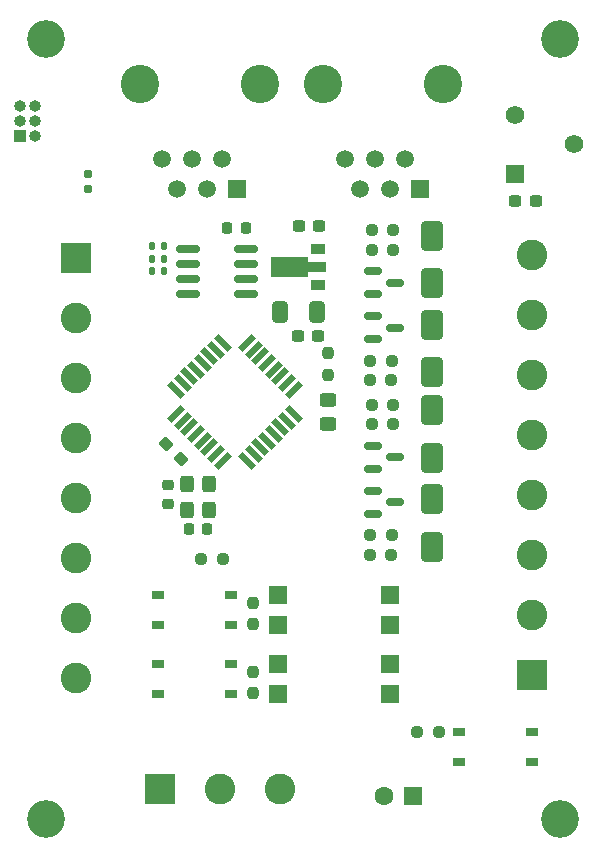
<source format=gbr>
%TF.GenerationSoftware,KiCad,Pcbnew,7.0.5*%
%TF.CreationDate,2023-08-26T13:13:14+02:00*%
%TF.ProjectId,XnetBlockUnit,586e6574-426c-46f6-936b-556e69742e6b,rev?*%
%TF.SameCoordinates,Original*%
%TF.FileFunction,Soldermask,Top*%
%TF.FilePolarity,Negative*%
%FSLAX46Y46*%
G04 Gerber Fmt 4.6, Leading zero omitted, Abs format (unit mm)*
G04 Created by KiCad (PCBNEW 7.0.5) date 2023-08-26 13:13:14*
%MOMM*%
%LPD*%
G01*
G04 APERTURE LIST*
G04 Aperture macros list*
%AMRoundRect*
0 Rectangle with rounded corners*
0 $1 Rounding radius*
0 $2 $3 $4 $5 $6 $7 $8 $9 X,Y pos of 4 corners*
0 Add a 4 corners polygon primitive as box body*
4,1,4,$2,$3,$4,$5,$6,$7,$8,$9,$2,$3,0*
0 Add four circle primitives for the rounded corners*
1,1,$1+$1,$2,$3*
1,1,$1+$1,$4,$5*
1,1,$1+$1,$6,$7*
1,1,$1+$1,$8,$9*
0 Add four rect primitives between the rounded corners*
20,1,$1+$1,$2,$3,$4,$5,0*
20,1,$1+$1,$4,$5,$6,$7,0*
20,1,$1+$1,$6,$7,$8,$9,0*
20,1,$1+$1,$8,$9,$2,$3,0*%
%AMRotRect*
0 Rectangle, with rotation*
0 The origin of the aperture is its center*
0 $1 length*
0 $2 width*
0 $3 Rotation angle, in degrees counterclockwise*
0 Add horizontal line*
21,1,$1,$2,0,0,$3*%
%AMFreePoly0*
4,1,9,3.862500,-0.866500,0.737500,-0.866500,0.737500,-0.450000,-0.737500,-0.450000,-0.737500,0.450000,0.737500,0.450000,0.737500,0.866500,3.862500,0.866500,3.862500,-0.866500,3.862500,-0.866500,$1*%
G04 Aperture macros list end*
%ADD10RoundRect,0.237500X-0.250000X-0.237500X0.250000X-0.237500X0.250000X0.237500X-0.250000X0.237500X0*%
%ADD11RotRect,1.600000X0.550000X45.000000*%
%ADD12RotRect,1.600000X0.550000X135.000000*%
%ADD13RoundRect,0.250000X-0.650000X1.000000X-0.650000X-1.000000X0.650000X-1.000000X0.650000X1.000000X0*%
%ADD14R,2.600000X2.600000*%
%ADD15C,2.600000*%
%ADD16RoundRect,0.250000X0.650000X-1.000000X0.650000X1.000000X-0.650000X1.000000X-0.650000X-1.000000X0*%
%ADD17R,1.500000X1.500000*%
%ADD18R,1.600000X1.600000*%
%ADD19C,1.600000*%
%ADD20RoundRect,0.150000X-0.587500X-0.150000X0.587500X-0.150000X0.587500X0.150000X-0.587500X0.150000X0*%
%ADD21RoundRect,0.300000X-0.300000X0.400000X-0.300000X-0.400000X0.300000X-0.400000X0.300000X0.400000X0*%
%ADD22RoundRect,0.237500X-0.300000X-0.237500X0.300000X-0.237500X0.300000X0.237500X-0.300000X0.237500X0*%
%ADD23RoundRect,0.225000X0.225000X0.250000X-0.225000X0.250000X-0.225000X-0.250000X0.225000X-0.250000X0*%
%ADD24R,1.000000X0.800000*%
%ADD25C,3.200000*%
%ADD26RoundRect,0.250000X0.412500X0.650000X-0.412500X0.650000X-0.412500X-0.650000X0.412500X-0.650000X0*%
%ADD27RoundRect,0.237500X0.300000X0.237500X-0.300000X0.237500X-0.300000X-0.237500X0.300000X-0.237500X0*%
%ADD28RoundRect,0.250000X0.450000X-0.325000X0.450000X0.325000X-0.450000X0.325000X-0.450000X-0.325000X0*%
%ADD29RoundRect,0.225000X0.250000X-0.225000X0.250000X0.225000X-0.250000X0.225000X-0.250000X-0.225000X0*%
%ADD30RoundRect,0.135000X-0.135000X-0.185000X0.135000X-0.185000X0.135000X0.185000X-0.135000X0.185000X0*%
%ADD31RoundRect,0.237500X0.250000X0.237500X-0.250000X0.237500X-0.250000X-0.237500X0.250000X-0.237500X0*%
%ADD32RoundRect,0.225000X-0.225000X-0.250000X0.225000X-0.250000X0.225000X0.250000X-0.225000X0.250000X0*%
%ADD33RoundRect,0.160000X-0.160000X0.197500X-0.160000X-0.197500X0.160000X-0.197500X0.160000X0.197500X0*%
%ADD34RoundRect,0.237500X0.237500X-0.250000X0.237500X0.250000X-0.237500X0.250000X-0.237500X-0.250000X0*%
%ADD35R,1.560000X1.560000*%
%ADD36C,1.560000*%
%ADD37RoundRect,0.237500X-0.237500X0.250000X-0.237500X-0.250000X0.237500X-0.250000X0.237500X0.250000X0*%
%ADD38RoundRect,0.150000X-0.825000X-0.150000X0.825000X-0.150000X0.825000X0.150000X-0.825000X0.150000X0*%
%ADD39RoundRect,0.237500X-0.380070X0.044194X0.044194X-0.380070X0.380070X-0.044194X-0.044194X0.380070X0*%
%ADD40R,1.000000X1.000000*%
%ADD41O,1.000000X1.000000*%
%ADD42C,3.250000*%
%ADD43R,1.520000X1.520000*%
%ADD44C,1.520000*%
%ADD45R,1.300000X0.900000*%
%ADD46FreePoly0,180.000000*%
G04 APERTURE END LIST*
D10*
%TO.C,R702*%
X71417001Y-111513000D03*
X73242001Y-111513000D03*
%TD*%
%TO.C,R101*%
X75391000Y-128143000D03*
X77216000Y-128143000D03*
%TD*%
D11*
%TO.C,U202*%
X54976897Y-101237305D03*
X55542583Y-101802990D03*
X56108268Y-102368676D03*
X56673953Y-102934361D03*
X57239639Y-103500047D03*
X57805324Y-104065732D03*
X58371010Y-104631417D03*
X58936695Y-105197103D03*
D12*
X60987305Y-105197103D03*
X61552990Y-104631417D03*
X62118676Y-104065732D03*
X62684361Y-103500047D03*
X63250047Y-102934361D03*
X63815732Y-102368676D03*
X64381417Y-101802990D03*
X64947103Y-101237305D03*
D11*
X64947103Y-99186695D03*
X64381417Y-98621010D03*
X63815732Y-98055324D03*
X63250047Y-97489639D03*
X62684361Y-96923953D03*
X62118676Y-96358268D03*
X61552990Y-95792583D03*
X60987305Y-95226897D03*
D12*
X58936695Y-95226897D03*
X58371010Y-95792583D03*
X57805324Y-96358268D03*
X57239639Y-96923953D03*
X56673953Y-97489639D03*
X56108268Y-98055324D03*
X55542583Y-98621010D03*
X54976897Y-99186695D03*
%TD*%
D13*
%TO.C,D702*%
X76647500Y-108465000D03*
X76647500Y-112465000D03*
%TD*%
D14*
%TO.C,J103*%
X85090000Y-123317000D03*
D15*
X85090000Y-118237000D03*
X85090000Y-113157000D03*
X85090000Y-108077000D03*
X85090000Y-102997000D03*
X85090000Y-97917000D03*
X85090000Y-92837000D03*
X85090000Y-87757000D03*
%TD*%
D16*
%TO.C,D701*%
X76647500Y-104940000D03*
X76647500Y-100940000D03*
%TD*%
D17*
%TO.C,U601*%
X63621000Y-122437000D03*
X63621000Y-124977000D03*
X73121000Y-124977000D03*
X73121000Y-122437000D03*
%TD*%
D18*
%TO.C,C101*%
X75066651Y-133604000D03*
D19*
X72566651Y-133604000D03*
%TD*%
D20*
%TO.C,Q701*%
X71646000Y-103959000D03*
X71646000Y-105859000D03*
X73521000Y-104909000D03*
%TD*%
D10*
%TO.C,R804*%
X71393500Y-98336000D03*
X73218500Y-98336000D03*
%TD*%
D21*
%TO.C,Y201*%
X55903000Y-107156000D03*
X55903000Y-109356000D03*
X57803000Y-109356000D03*
X57803000Y-107156000D03*
%TD*%
D22*
%TO.C,C102*%
X83719500Y-83185000D03*
X85444500Y-83185000D03*
%TD*%
D23*
%TO.C,C301*%
X60864000Y-85480000D03*
X59314000Y-85480000D03*
%TD*%
D24*
%TO.C,D101*%
X85117000Y-130683000D03*
X85117000Y-128143000D03*
X78967000Y-128143000D03*
X78967000Y-130683000D03*
%TD*%
D25*
%TO.C,REF\u002A\u002A*%
X44000000Y-69500000D03*
%TD*%
D14*
%TO.C,J101*%
X53612000Y-132978000D03*
D15*
X58692000Y-132978000D03*
X63772000Y-132978000D03*
%TD*%
D26*
%TO.C,C403*%
X66897500Y-92591000D03*
X63772500Y-92591000D03*
%TD*%
D27*
%TO.C,C401*%
X67125000Y-85352000D03*
X65400000Y-85352000D03*
%TD*%
D10*
%TO.C,R102*%
X57126500Y-113538000D03*
X58951500Y-113538000D03*
%TD*%
D28*
%TO.C,D201*%
X67818000Y-102117000D03*
X67818000Y-100067000D03*
%TD*%
D29*
%TO.C,C201*%
X54325000Y-108822000D03*
X54325000Y-107272000D03*
%TD*%
D30*
%TO.C,R303*%
X52957000Y-86995000D03*
X53977000Y-86995000D03*
%TD*%
D10*
%TO.C,R701*%
X71544000Y-102115001D03*
X73369000Y-102115001D03*
%TD*%
D31*
%TO.C,R801*%
X73369000Y-87319000D03*
X71544000Y-87319000D03*
%TD*%
%TO.C,R803*%
X73369000Y-85636000D03*
X71544000Y-85636000D03*
%TD*%
D10*
%TO.C,R802*%
X71417000Y-96717000D03*
X73242000Y-96717000D03*
%TD*%
D32*
%TO.C,C203*%
X56090000Y-110968000D03*
X57640000Y-110968000D03*
%TD*%
D30*
%TO.C,R302*%
X52957000Y-88138000D03*
X53977000Y-88138000D03*
%TD*%
D33*
%TO.C,R202*%
X47498000Y-80958000D03*
X47498000Y-82153000D03*
%TD*%
D25*
%TO.C,REF\u002A\u002A*%
X87500000Y-69500000D03*
%TD*%
D34*
%TO.C,R501*%
X61513000Y-119031500D03*
X61513000Y-117206500D03*
%TD*%
D16*
%TO.C,D801*%
X76647500Y-90144000D03*
X76647500Y-86144000D03*
%TD*%
D35*
%TO.C,RV101*%
X83693000Y-80899000D03*
D36*
X88693000Y-78399000D03*
X83693000Y-75899000D03*
%TD*%
D37*
%TO.C,R201*%
X67818000Y-96092000D03*
X67818000Y-97917000D03*
%TD*%
D38*
%TO.C,U301*%
X55963000Y-87258000D03*
X55963000Y-88528000D03*
X55963000Y-89798000D03*
X55963000Y-91068000D03*
X60913000Y-91068000D03*
X60913000Y-89798000D03*
X60913000Y-88528000D03*
X60913000Y-87258000D03*
%TD*%
D24*
%TO.C,D501*%
X59608000Y-119135000D03*
X59608000Y-116595000D03*
X53458000Y-116595000D03*
X53458000Y-119135000D03*
%TD*%
D20*
%TO.C,Q801*%
X71646000Y-89163000D03*
X71646000Y-91063000D03*
X73521000Y-90113000D03*
%TD*%
D39*
%TO.C,C202*%
X54152240Y-103809240D03*
X55372000Y-105029000D03*
%TD*%
D10*
%TO.C,R704*%
X71393500Y-113195000D03*
X73218500Y-113195000D03*
%TD*%
D34*
%TO.C,R601*%
X61513000Y-124873500D03*
X61513000Y-123048500D03*
%TD*%
D40*
%TO.C,U201*%
X41783000Y-77724000D03*
D41*
X43053000Y-77724000D03*
X41783000Y-76454000D03*
X43053000Y-76454000D03*
X41783000Y-75184000D03*
X43053000Y-75184000D03*
%TD*%
D25*
%TO.C,REF\u002A\u002A*%
X44000000Y-135500000D03*
%TD*%
D27*
%TO.C,C402*%
X67024500Y-94623000D03*
X65299500Y-94623000D03*
%TD*%
D14*
%TO.C,J102*%
X46500000Y-88020000D03*
D15*
X46500000Y-93100000D03*
X46500000Y-98180000D03*
X46500000Y-103260000D03*
X46500000Y-108340000D03*
X46500000Y-113420000D03*
X46500000Y-118500000D03*
X46500000Y-123580000D03*
%TD*%
D20*
%TO.C,Q802*%
X71646000Y-92973000D03*
X71646000Y-94873000D03*
X73521000Y-93923000D03*
%TD*%
D10*
%TO.C,R703*%
X71544000Y-100495000D03*
X73369000Y-100495000D03*
%TD*%
D13*
%TO.C,D802*%
X76647500Y-93669000D03*
X76647500Y-97669000D03*
%TD*%
D42*
%TO.C,J302*%
X62080000Y-73288000D03*
X51920000Y-73288000D03*
D43*
X60170000Y-82178000D03*
D44*
X58900000Y-79638000D03*
X57630000Y-82178000D03*
X56360000Y-79638000D03*
X55090000Y-82178000D03*
X53820000Y-79638000D03*
%TD*%
D24*
%TO.C,D601*%
X59608000Y-124977000D03*
X59608000Y-122437000D03*
X53458000Y-122437000D03*
X53458000Y-124977000D03*
%TD*%
D25*
%TO.C,REF\u002A\u002A*%
X87500000Y-135500000D03*
%TD*%
D20*
%TO.C,Q702*%
X71646001Y-107769000D03*
X71646001Y-109669000D03*
X73521001Y-108719000D03*
%TD*%
D42*
%TO.C,J301*%
X77550000Y-73288000D03*
X67390000Y-73288000D03*
D43*
X75640000Y-82178000D03*
D44*
X74370000Y-79638000D03*
X73100000Y-82178000D03*
X71830000Y-79638000D03*
X70560000Y-82178000D03*
X69290000Y-79638000D03*
%TD*%
D17*
%TO.C,U501*%
X63621000Y-116595000D03*
X63621000Y-119135000D03*
X73121000Y-119135000D03*
X73121000Y-116595000D03*
%TD*%
D30*
%TO.C,R301*%
X52955000Y-89154000D03*
X53975000Y-89154000D03*
%TD*%
D45*
%TO.C,U401*%
X66992000Y-90282000D03*
D46*
X66904500Y-88782000D03*
D45*
X66992000Y-87282000D03*
%TD*%
M02*

</source>
